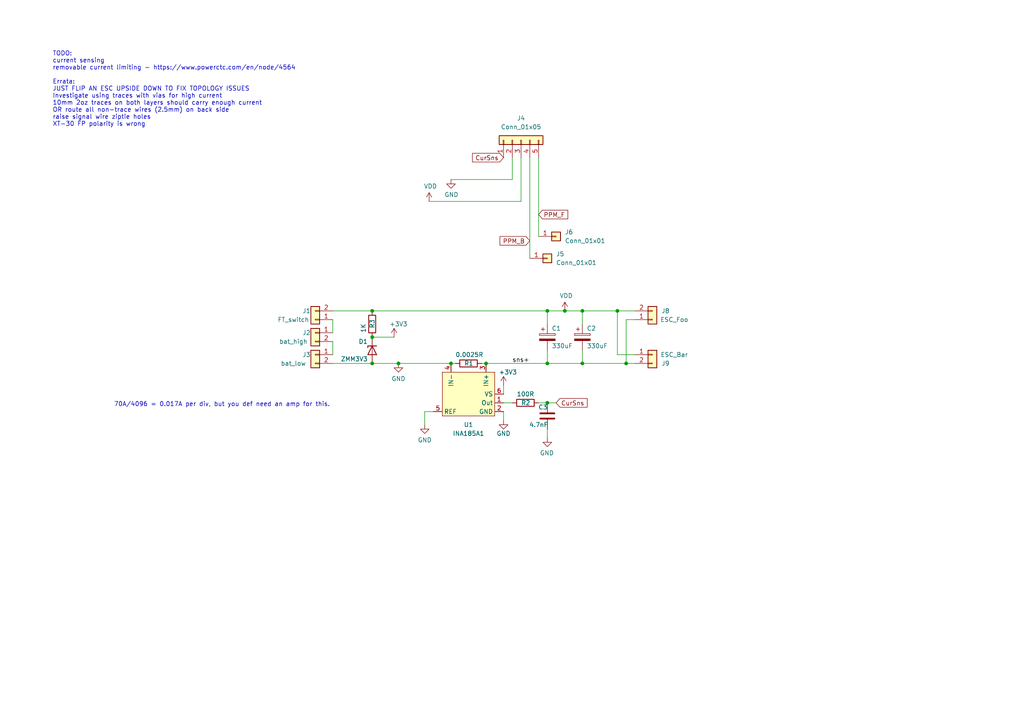
<source format=kicad_sch>
(kicad_sch (version 20211123) (generator eeschema)
  (paper "A4")
  (lib_symbols
    (symbol "AlfredoSymbols:INA185A"
      (property "Reference" "U" (at 8.89 3.81 0))
      (property "Value" "INA185A" (at 12.7 1.27 0))
      (symbol "INA185A_0_1"
        (rectangle (start -7.62 6.35) (end 7.62 -6.35) (fill (type background)))
      )
      (symbol "INA185A_1_1"
        (pin input line (at -10.16 -2.54 0) (length 2.54) (name "Out") (number "1"))
        (pin input line (at -10.16 -5.08 0) (length 2.54) (name "GND") (number "2"))
        (pin input line (at -5.08 8.89 270) (length 2.54) (name "IN+") (number "3"))
        (pin input line (at 5.08 8.89 270) (length 2.54) (name "IN-") (number "4"))
        (pin input line (at 10.16 -5.08 180) (length 2.54) (name "REF") (number "5"))
        (pin input line (at -10.16 0 0) (length 2.54) (name "VS") (number "6"))
      )
    )
    (symbol "Connector_Generic:Conn_01x01" (pin_names (offset 1.016) hide)
      (property "Reference" "J" (at 0 2.54 0))
      (property "Value" "Conn_01x01" (at 0 -2.54 0))
      (symbol "Conn_01x01_1_1"
        (rectangle (start -1.27 0.127) (end 0 -0.127) (stroke (width 0.1524)))
        (rectangle (start -1.27 1.27) (end 1.27 -1.27) (stroke (width 0.254)) (fill (type background)))
        (pin passive line (at -5.08 0 0) (length 3.81) (name "Pin_1") (number "1"))
      )
    )
    (symbol "Connector_Generic:Conn_01x02" (pin_names (offset 1.016) hide)
      (property "Reference" "J" (at 0 2.54 0))
      (property "Value" "Conn_01x02" (at 0 -5.08 0))
      (symbol "Conn_01x02_1_1"
        (rectangle (start -1.27 -2.413) (end 0 -2.667) (stroke (width 0.1524)))
        (rectangle (start -1.27 0.127) (end 0 -0.127) (stroke (width 0.1524)))
        (rectangle (start -1.27 1.27) (end 1.27 -3.81) (stroke (width 0.254)) (fill (type background)))
        (pin passive line (at -5.08 0 0) (length 3.81) (name "Pin_1") (number "1"))
        (pin passive line (at -5.08 -2.54 0) (length 3.81) (name "Pin_2") (number "2"))
      )
    )
    (symbol "Connector_Generic:Conn_01x05" (pin_names (offset 1.016) hide)
      (property "Reference" "J" (at 0 7.62 0))
      (property "Value" "Conn_01x05" (at 0 -7.62 0))
      (symbol "Conn_01x05_1_1"
        (rectangle (start -1.27 -4.953) (end 0 -5.207) (stroke (width 0.1524)))
        (rectangle (start -1.27 -2.413) (end 0 -2.667) (stroke (width 0.1524)))
        (rectangle (start -1.27 0.127) (end 0 -0.127) (stroke (width 0.1524)))
        (rectangle (start -1.27 2.667) (end 0 2.413) (stroke (width 0.1524)))
        (rectangle (start -1.27 5.207) (end 0 4.953) (stroke (width 0.1524)))
        (rectangle (start -1.27 6.35) (end 1.27 -6.35) (stroke (width 0.254)) (fill (type background)))
        (pin passive line (at -5.08 5.08 0) (length 3.81) (name "Pin_1") (number "1"))
        (pin passive line (at -5.08 2.54 0) (length 3.81) (name "Pin_2") (number "2"))
        (pin passive line (at -5.08 0 0) (length 3.81) (name "Pin_3") (number "3"))
        (pin passive line (at -5.08 -2.54 0) (length 3.81) (name "Pin_4") (number "4"))
        (pin passive line (at -5.08 -5.08 0) (length 3.81) (name "Pin_5") (number "5"))
      )
    )
    (symbol "Device:C" (pin_numbers hide) (pin_names (offset 0.254))
      (property "Reference" "C" (at 0.635 2.54 0))
      (property "Value" "C" (at 0.635 -2.54 0))
      (symbol "C_0_1"
        (polyline (pts (xy -2.032 -0.762) (xy 2.032 -0.762)) (stroke (width 0.508)))
        (polyline (pts (xy -2.032 0.762) (xy 2.032 0.762)) (stroke (width 0.508)))
      )
      (symbol "C_1_1"
        (pin passive line (at 0 3.81 270) (length 2.794) (name "~") (number "1"))
        (pin passive line (at 0 -3.81 90) (length 2.794) (name "~") (number "2"))
      )
    )
    (symbol "Device:C_Polarized" (pin_numbers hide) (pin_names (offset 0.254))
      (property "Reference" "C" (at 0.635 2.54 0))
      (property "Value" "C_Polarized" (at 0.635 -2.54 0))
      (symbol "C_Polarized_0_1"
        (rectangle (start -2.286 0.508) (end 2.286 1.016))
        (polyline (pts (xy -1.778 2.286) (xy -0.762 2.286)))
        (polyline (pts (xy -1.27 2.794) (xy -1.27 1.778)))
        (rectangle (start 2.286 -0.508) (end -2.286 -1.016) (fill (type outline)))
      )
      (symbol "C_Polarized_1_1"
        (pin passive line (at 0 3.81 270) (length 2.794) (name "~") (number "1"))
        (pin passive line (at 0 -3.81 90) (length 2.794) (name "~") (number "2"))
      )
    )
    (symbol "Device:D_Zener" (pin_numbers hide) (pin_names (offset 1.016) hide)
      (property "Reference" "D" (at 0 2.54 0))
      (property "Value" "D_Zener" (at 0 -2.54 0))
      (symbol "D_Zener_0_1"
        (polyline (pts (xy 1.27 0) (xy -1.27 0)))
        (polyline (pts (xy -1.27 -1.27) (xy -1.27 1.27) (xy -0.762 1.27)) (stroke (width 0.254)))
        (polyline (pts (xy 1.27 -1.27) (xy 1.27 1.27) (xy -1.27 0) (xy 1.27 -1.27)) (stroke (width 0.254)))
      )
      (symbol "D_Zener_1_1"
        (pin passive line (at -3.81 0 0) (length 2.54) (name "K") (number "1"))
        (pin passive line (at 3.81 0 180) (length 2.54) (name "A") (number "2"))
      )
    )
    (symbol "Device:R" (pin_numbers hide) (pin_names (offset 0))
      (property "Reference" "R" (at 2.032 0 90))
      (property "Value" "R" (at 0 0 90))
      (symbol "R_0_1"
        (rectangle (start -1.016 -2.54) (end 1.016 2.54) (stroke (width 0.254)))
      )
      (symbol "R_1_1"
        (pin passive line (at 0 3.81 270) (length 1.27) (name "~") (number "1"))
        (pin passive line (at 0 -3.81 90) (length 1.27) (name "~") (number "2"))
      )
    )
    (symbol "power:+3.3V" (power) (pin_names (offset 0))
      (property "Value" "+3.3V" (at 0 3.556 0))
      (symbol "+3.3V_0_1"
        (polyline (pts (xy -0.762 1.27) (xy 0 2.54)))
        (polyline (pts (xy 0 0) (xy 0 2.54)))
        (polyline (pts (xy 0 2.54) (xy 0.762 1.27)))
      )
      (symbol "+3.3V_1_1"
        (pin power_in line (at 0 0 90) (length 0) hide (name "+3V3") (number "1"))
      )
    )
    (symbol "power:GND" (power) (pin_names (offset 0))
      (property "Value" "GND" (at 0 -3.81 0))
      (symbol "GND_0_1"
        (polyline (pts (xy 0 0) (xy 0 -1.27) (xy 1.27 -1.27) (xy 0 -2.54) (xy -1.27 -1.27) (xy 0 -1.27)))
      )
      (symbol "GND_1_1"
        (pin power_in line (at 0 0 270) (length 0) hide (name "GND") (number "1"))
      )
    )
    (symbol "power:VDD" (power) (pin_names (offset 0))
      (property "Value" "VDD" (at 0 3.81 0))
      (symbol "VDD_0_1"
        (polyline (pts (xy -0.762 1.27) (xy 0 2.54)))
        (polyline (pts (xy 0 0) (xy 0 2.54)))
        (polyline (pts (xy 0 2.54) (xy 0.762 1.27)))
      )
      (symbol "VDD_1_1"
        (pin power_in line (at 0 0 90) (length 0) hide (name "VDD") (number "1"))
      )
    )
  )
  (junction (at 181.61 105.41))
  (junction (at 115.57 105.41))
  (junction (at 158.75 90.17))
  (junction (at 107.95 105.41))
  (junction (at 158.75 116.84))
  (junction (at 168.91 90.17))
  (junction (at 158.75 105.41))
  (junction (at 107.95 97.79))
  (junction (at 130.81 105.41))
  (junction (at 168.91 105.41))
  (junction (at 107.95 90.17))
  (junction (at 163.83 90.17))
  (junction (at 179.07 90.17))
  (junction (at 140.97 105.41))
  (wire (pts (xy 158.75 124.46) (xy 158.75 127)))
  (wire (pts (xy 156.21 45.72) (xy 156.21 68.58)))
  (wire (pts (xy 96.52 99.06) (xy 96.52 102.87)))
  (wire (pts (xy 181.61 92.71) (xy 181.61 105.41)))
  (wire (pts (xy 158.75 101.6) (xy 158.75 105.41)))
  (wire (pts (xy 158.75 105.41) (xy 168.91 105.41)))
  (wire (pts (xy 184.15 102.87) (xy 179.07 102.87)))
  (wire (pts (xy 161.29 116.84) (xy 158.75 116.84)))
  (wire (pts (xy 146.05 119.38) (xy 146.05 121.92)))
  (wire (pts (xy 140.97 105.41) (xy 158.75 105.41)))
  (wire (pts (xy 151.13 45.72) (xy 151.13 58.42)))
  (wire (pts (xy 158.75 116.84) (xy 156.21 116.84)))
  (wire (pts (xy 179.07 90.17) (xy 184.15 90.17)))
  (wire (pts (xy 181.61 105.41) (xy 184.15 105.41)))
  (wire (pts (xy 115.57 105.41) (xy 130.81 105.41)))
  (wire (pts (xy 123.19 119.38) (xy 123.19 123.19)))
  (wire (pts (xy 107.95 105.41) (xy 115.57 105.41)))
  (wire (pts (xy 139.7 105.41) (xy 140.97 105.41)))
  (wire (pts (xy 158.75 90.17) (xy 163.83 90.17)))
  (wire (pts (xy 96.52 90.17) (xy 107.95 90.17)))
  (wire (pts (xy 96.52 105.41) (xy 107.95 105.41)))
  (wire (pts (xy 168.91 101.6) (xy 168.91 105.41)))
  (wire (pts (xy 107.95 97.79) (xy 114.3 97.79)))
  (wire (pts (xy 96.52 92.71) (xy 96.52 96.52)))
  (wire (pts (xy 130.81 52.07) (xy 148.59 52.07)))
  (wire (pts (xy 148.59 52.07) (xy 148.59 45.72)))
  (wire (pts (xy 168.91 90.17) (xy 168.91 93.98)))
  (wire (pts (xy 124.46 58.42) (xy 151.13 58.42)))
  (wire (pts (xy 163.83 90.17) (xy 168.91 90.17)))
  (wire (pts (xy 153.67 45.72) (xy 153.67 74.93)))
  (wire (pts (xy 130.81 105.41) (xy 132.08 105.41)))
  (wire (pts (xy 148.59 116.84) (xy 146.05 116.84)))
  (wire (pts (xy 179.07 102.87) (xy 179.07 90.17)))
  (wire (pts (xy 168.91 90.17) (xy 179.07 90.17)))
  (wire (pts (xy 158.75 90.17) (xy 158.75 93.98)))
  (wire (pts (xy 168.91 105.41) (xy 181.61 105.41)))
  (wire (pts (xy 146.05 111.76) (xy 146.05 114.3)))
  (wire (pts (xy 184.15 92.71) (xy 181.61 92.71)))
  (wire (pts (xy 125.73 119.38) (xy 123.19 119.38)))
  (wire (pts (xy 107.95 90.17) (xy 158.75 90.17)))
  (text "70A/4096 = 0.017A per div, but you def need an amp for this." (at 33.02 118.11 0) (effects (font (size 1.27 1.27)) (justify left bottom)))
  (text "TODO:\ncurrent sensing\nremovable current limiting - https://www.powerctc.com/en/node/4564\n\nErrata:\nJUST FLIP AN ESC UPSIDE DOWN TO FIX TOPOLOGY ISSUES\nInvestigate using traces with vias for high current\n10mm 2oz traces on both layers should carry enough current\nOR route all non-trace wires (2.5mm) on back side\nraise signal wire ziptie holes\nXT-30 FP polarity is wrong\n" (at 15.24 36.83 0) (effects (font (size 1.27 1.27)) (justify left bottom)))
  (label "sns+" (at 148.59 105.41 0))
  (global_label "CurSns" (shape input) (at 161.29 116.84 0) (property "Intersheet References" "${INTERSHEET_REFS}" (effects hide)))
  (global_label "PPM_F" (shape input) (at 156.21 62.23 0) (property "Intersheet References" "${INTERSHEET_REFS}" (effects hide)))
  (global_label "PPM_B" (shape input) (at 153.67 69.85 180) (property "Intersheet References" "${INTERSHEET_REFS}" (effects hide)))
  (global_label "CurSns" (shape input) (at 146.05 45.72 180) (property "Intersheet References" "${INTERSHEET_REFS}" (effects hide)))
  (symbol (lib_id "Connector_Generic:Conn_01x02") (at 189.23 102.87 0) (unit 1)
    (property "Reference" "J9" (at 193.04 105.41 0))
    (property "Value" "ESC_Bar" (at 195.58 102.87 0))
    (property "Footprint" "lib_fp:TGD_ESC_SigPads" (effects hide))
  )
  (symbol (lib_id "Connector_Generic:Conn_01x01") (at 161.29 68.58 0) (unit 1)
    (property "Reference" "J6" (at 163.83 67.3099 0) (effects (justify left)))
    (property "Value" "Conn_01x01" (at 163.83 69.8499 0) (effects (justify left)))
    (property "Footprint" "AlfredoFootprints:TGD-antenna-THT" (effects hide))
  )
  (symbol (lib_id "Connector_Generic:Conn_01x02") (at 91.44 102.87 0) (mirror y) (unit 1)
    (property "Reference" "J3" (at 88.9 102.87 0))
    (property "Value" "bat_low" (at 85.09 105.41 0))
    (property "Footprint" "AlfredoFootprints:TGD_2P_BatHoles" (effects hide))
  )
  (symbol (lib_id "power:GND") (at 146.05 121.92 0) (mirror y) (unit 1)
    (property "Reference" "#PWR0105" (effects hide))
    (property "Value" "GND" (at 146.05 125.73 0))
  )
  (symbol (lib_id "Device:C_Polarized") (at 158.75 97.79 0) (unit 1)
    (property "Reference" "C1" (at 160.02 95.25 0) (effects (justify left)))
    (property "Value" "330uF" (at 160.02 100.33 0) (effects (justify left)))
    (property "Footprint" "lib_fp:TGD_lowESR_cap" (effects hide))
  )
  (symbol (lib_id "Connector_Generic:Conn_01x01") (at 158.75 74.93 0) (unit 1)
    (property "Reference" "J5" (at 161.29 73.6599 0) (effects (justify left)))
    (property "Value" "Conn_01x01" (at 161.29 76.1999 0) (effects (justify left)))
    (property "Footprint" "AlfredoFootprints:TGD-antenna-THT" (effects hide))
  )
  (symbol (lib_id "power:VDD") (at 163.83 90.17 0) (unit 1)
    (property "Reference" "#PWR0101" (effects hide))
    (property "Value" "VDD" (at 164.211 85.7758 0))
  )
  (symbol (lib_id "Connector_Generic:Conn_01x05") (at 151.13 40.64 90) (unit 1)
    (property "Reference" "J4" (at 151.13 34.29 90))
    (property "Value" "Conn_01x05" (at 151.13 36.83 90))
    (property "Footprint" "Connector_JST:JST_EH_B5B-EH-A_1x05_P2.50mm_Vertical" (effects hide))
  )
  (symbol (lib_id "Connector_Generic:Conn_01x02") (at 91.44 92.71 180) (unit 1)
    (property "Reference" "J1" (at 88.9 90.17 0))
    (property "Value" "FT_switch" (at 85.09 92.71 0))
    (property "Footprint" "lib_fp:FT_Switch_Vertical" (effects hide))
  )
  (symbol (lib_id "power:VDD") (at 124.46 58.42 0) (unit 1)
    (property "Reference" "#PWR0127" (effects hide))
    (property "Value" "VDD" (at 124.841 54.0258 0))
  )
  (symbol (lib_id "AlfredoSymbols:INA185A") (at 135.89 114.3 0) (mirror y) (unit 1)
    (property "Reference" "U1" (at 135.89 123.19 0))
    (property "Value" "INA185A1" (at 135.89 125.73 0))
    (property "Footprint" "Package_TO_SOT_SMD:SOT-563" (effects hide))
    (property "Datasheet" "https://www.digikey.com/en/products/detail/texas-instruments/INA185A1IDRLR/10448282" (effects hide))
  )
  (symbol (lib_id "power:GND") (at 158.75 127 0) (mirror y) (unit 1)
    (property "Reference" "#PWR0106" (effects hide))
    (property "Value" "GND" (at 158.623 131.3942 0))
  )
  (symbol (lib_id "Connector_Generic:Conn_01x02") (at 91.44 96.52 0) (mirror y) (unit 1)
    (property "Reference" "J2" (at 88.9 96.52 0))
    (property "Value" "bat_high" (at 85.09 99.06 0))
    (property "Footprint" "AlfredoFootprints:TGD_2P_BatHoles" (effects hide))
  )
  (symbol (lib_id "power:GND") (at 115.57 105.41 0) (mirror y) (unit 1)
    (property "Reference" "#PWR0108" (effects hide))
    (property "Value" "GND" (at 115.57 109.855 0))
  )
  (symbol (lib_id "power:+3.3V") (at 114.3 97.79 0) (mirror y) (unit 1)
    (property "Reference" "#PWR0107" (effects hide))
    (property "Value" "+3.3V" (at 115.57 93.98 0))
  )
  (symbol (lib_id "Device:R") (at 152.4 116.84 270) (unit 1)
    (property "Reference" "R2" (at 151.13 116.84 90) (effects (justify left)))
    (property "Value" "100R" (at 149.86 114.3 90) (effects (justify left)))
    (property "Footprint" "Resistor_SMD:R_0603_1608Metric" (effects hide))
    (property "Datasheet" "https://lcsc.com/product-detail/Chip-Resistor-Surface-Mount_UNI-ROYAL-Uniroyal-Elec-0603WAF1000T5E_C22775.html" (effects hide))
    (property "LCSC" "C22775" (effects hide))
  )
  (symbol (lib_id "power:GND") (at 130.81 52.07 0) (unit 1)
    (property "Reference" "#PWR0150" (effects hide))
    (property "Value" "GND" (at 130.937 56.4642 0))
  )
  (symbol (lib_id "Connector_Generic:Conn_01x02") (at 189.23 92.71 0) (mirror x) (unit 1)
    (property "Reference" "J8" (at 193.04 90.17 0))
    (property "Value" "ESC_Foo" (at 195.58 92.71 0))
    (property "Footprint" "lib_fp:TGD_ESC_SigPads" (effects hide))
  )
  (symbol (lib_id "Device:R") (at 107.95 93.98 0) (unit 1)
    (property "Reference" "R3" (at 107.95 95.25 90) (effects (justify left)))
    (property "Value" "1K" (at 105.41 96.52 90) (effects (justify left)))
    (property "Footprint" "Resistor_SMD:R_0603_1608Metric" (effects hide))
    (property "Datasheet" "https://lcsc.com/product-detail/Chip-span-style-background-color-ff0-Resistor-span-Surface-Mount_UNI-ROYAL-Uniroyal-Elec-0603WAF1001T5E_C21190.html" (effects hide))
    (property "LCSC" "C21190" (effects hide))
  )
  (symbol (lib_id "power:GND") (at 123.19 123.19 0) (mirror y) (unit 1)
    (property "Reference" "#PWR0103" (effects hide))
    (property "Value" "GND" (at 123.19 127.635 0))
  )
  (symbol (lib_id "Device:C_Polarized") (at 168.91 97.79 0) (unit 1)
    (property "Reference" "C2" (at 170.18 95.25 0) (effects (justify left)))
    (property "Value" "330uF" (at 170.18 100.33 0) (effects (justify left)))
    (property "Footprint" "lib_fp:TGD_lowESR_cap" (effects hide))
  )
  (symbol (lib_id "Device:C") (at 158.75 120.65 0) (mirror x) (unit 1)
    (property "Reference" "C3" (at 157.48 118.11 0))
    (property "Value" "4.7nF" (at 156.21 123.19 0))
    (property "Footprint" "Capacitor_SMD:C_0603_1608Metric" (effects hide))
    (property "Datasheet" "https://lcsc.com/product-detail/Multilayer-Ceramic-Capacitors-MLCC-SMD-SMT_FH-Guangdong-Fenghua-Advanced-Tech-0603B472K500NT_C53987.html" (effects hide))
    (property "LCSC" "C53987" (effects hide))
  )
  (symbol (lib_id "power:+3.3V") (at 146.05 111.76 0) (mirror y) (unit 1)
    (property "Reference" "#PWR0104" (effects hide))
    (property "Value" "+3.3V" (at 147.32 107.95 0))
  )
  (symbol (lib_id "Device:R") (at 135.89 105.41 270) (unit 1)
    (property "Reference" "R1" (at 134.62 105.41 90) (effects (justify left)))
    (property "Value" "0.0025R" (at 132.08 102.87 90) (effects (justify left)))
    (property "Footprint" "Resistor_SMD:R_2512_6332Metric_Pad1.40x3.35mm_HandSolder" (effects hide))
    (property "Datasheet" "https://lcsc.com/product-detail/Chip-span-style-background-color-ff0-Resistor-span-Surface-Mount_SART-Nanjing-Sart-Tech-SMF25M2F2M50T_C2692059.html" (effects hide))
    (property "LCSC" "C2692059" (effects hide))
  )
  (symbol (lib_id "Device:D_Zener") (at 107.95 101.6 90) (mirror x) (unit 1)
    (property "Reference" "D1" (at 106.68 99.06 90) (effects (justify left)))
    (property "Value" "ZMM3V3" (at 106.68 104.14 90) (effects (justify left)))
    (property "Footprint" "Diode_SMD:D_MiniMELF" (effects hide))
    (property "Datasheet" "https://lcsc.com/product-detail/Zener-Diodes_ST-Semtech-ZMM3V3_C8056.html" (effects hide))
    (property "LCSC" "C8056" (effects hide))
  )
)
</source>
